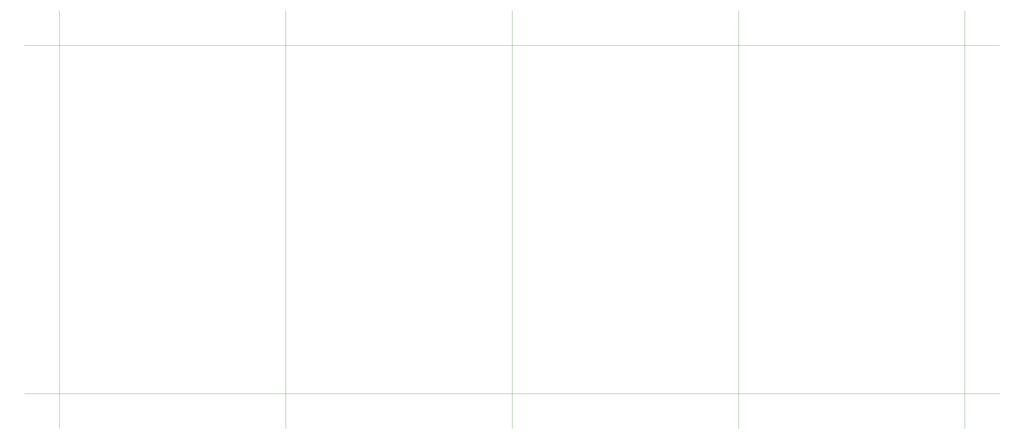
<source format=gbr>
G04 #@! TF.FileFunction,Drawing*
%FSLAX46Y46*%
G04 Gerber Fmt 4.6, Leading zero omitted, Abs format (unit mm)*
G04 Created by KiCad (PCBNEW 4.0.2-stable) date 2016-12-05 12:03:52 PM*
%MOMM*%
G01*
G04 APERTURE LIST*
%ADD10C,0.100000*%
G04 APERTURE END LIST*
D10*
X272000000Y-122000000D02*
X272000000Y-2000000D01*
X282000000Y-12000000D02*
X2000000Y-12000000D01*
X282000000Y-112000000D02*
X2000000Y-112000000D01*
X142000000Y-122000000D02*
X142000000Y-2000000D01*
X207000000Y-122000000D02*
X207000000Y-2000000D01*
X77000000Y-122000000D02*
X77000000Y-2000000D01*
X12000000Y-122000000D02*
X12000000Y-2000000D01*
M02*

</source>
